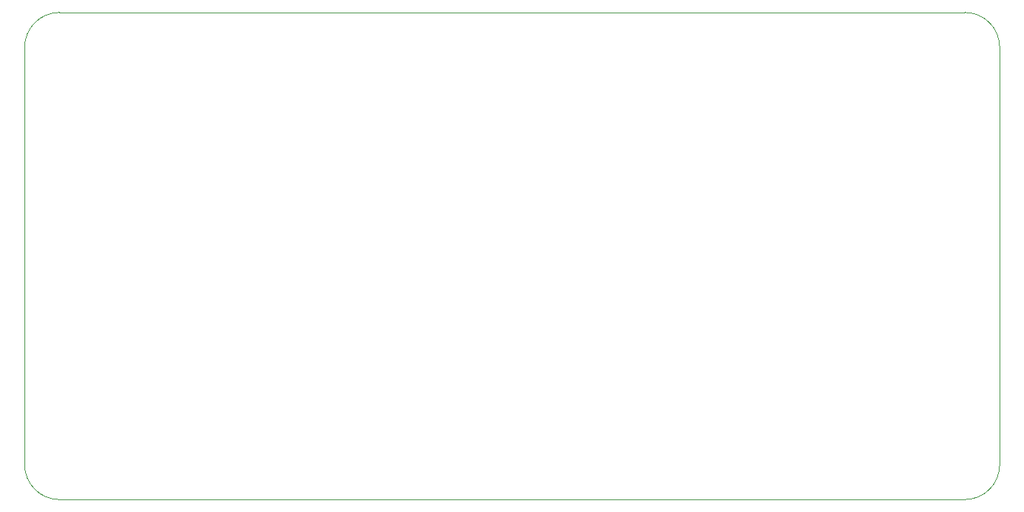
<source format=gbr>
%TF.GenerationSoftware,KiCad,Pcbnew,9.0.2*%
%TF.CreationDate,2025-06-01T02:46:13+05:30*%
%TF.ProjectId,TechLab,54656368-4c61-4622-9e6b-696361645f70,rev?*%
%TF.SameCoordinates,Original*%
%TF.FileFunction,Profile,NP*%
%FSLAX46Y46*%
G04 Gerber Fmt 4.6, Leading zero omitted, Abs format (unit mm)*
G04 Created by KiCad (PCBNEW 9.0.2) date 2025-06-01 02:46:13*
%MOMM*%
%LPD*%
G01*
G04 APERTURE LIST*
%TA.AperFunction,Profile*%
%ADD10C,0.050000*%
%TD*%
G04 APERTURE END LIST*
D10*
X148250000Y-101250000D02*
X148250000Y-53500000D01*
X148250000Y-53500000D02*
G75*
G02*
X152250000Y-49500000I4000000J0D01*
G01*
X255750000Y-49500000D02*
G75*
G02*
X259750000Y-53500000I0J-4000000D01*
G01*
X152250000Y-105250000D02*
G75*
G02*
X148250000Y-101250000I0J4000000D01*
G01*
X259750000Y-53500000D02*
X259750000Y-101250000D01*
X152250000Y-49500000D02*
X255750000Y-49500000D01*
X255750000Y-105250000D02*
X152250000Y-105250000D01*
X259750000Y-101250000D02*
G75*
G02*
X255750000Y-105250000I-4000000J0D01*
G01*
M02*

</source>
